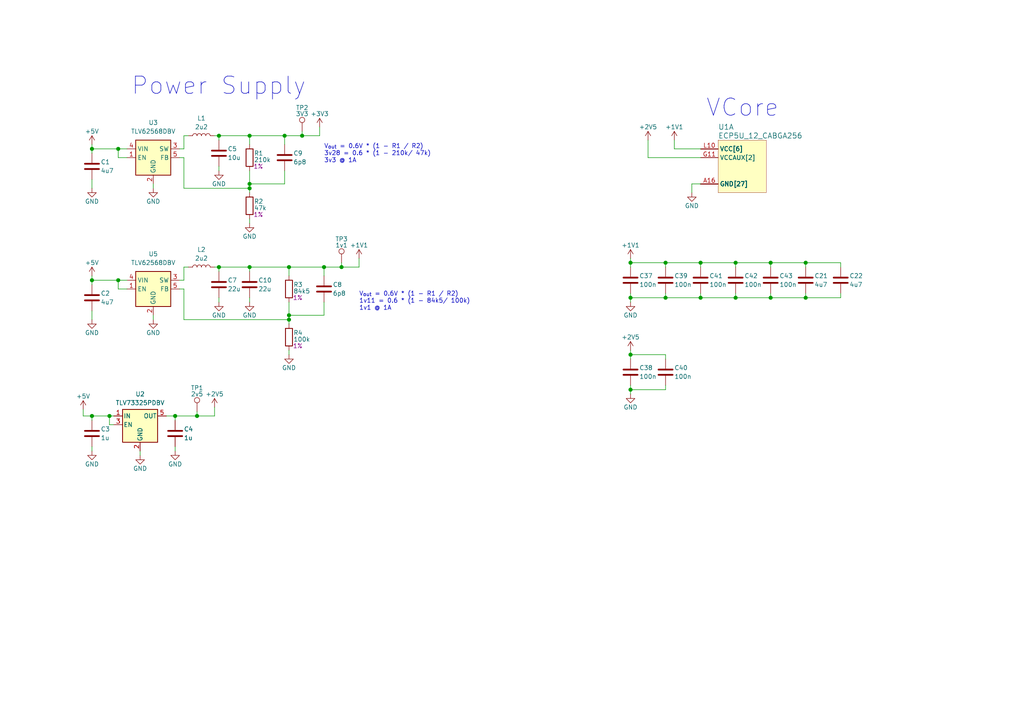
<source format=kicad_sch>
(kicad_sch (version 20200820) (host eeschema "5.99.0-unknown-b0af66afc~103~ubuntu20.04.1")
  (page 3 6)
  (paper "A4")
  (lib_symbols
    (symbol "Connector:TestPoint" (pin_numbers hide) (pin_names (offset 0.762) hide)
      (property "Reference" "TP" (at 0 6.858 0))
      (property "Value" "TestPoint" (at 0 5.08 0))
      (symbol "TestPoint_0_1"
        (circle (center 0 3.302) (radius 0.762))
      )
      (symbol "TestPoint_1_1"
        (pin passive line (at 0 0 90) (length 2.54) (name "1") (number "1"))
      )
    )
    (symbol "Device:C" (pin_numbers hide) (pin_names (offset 0.254))
      (property "Reference" "C" (at 0.635 2.54 0))
      (property "Value" "C" (at 0.635 -2.54 0))
      (symbol "C_0_1"
        (polyline (pts (xy -2.032 -0.762) (xy 2.032 -0.762)) (stroke (width 0.508)))
        (polyline (pts (xy -2.032 0.762) (xy 2.032 0.762)) (stroke (width 0.508)))
      )
      (symbol "C_1_1"
        (pin passive line (at 0 3.81 270) (length 2.794) (name "~") (number "1"))
        (pin passive line (at 0 -3.81 90) (length 2.794) (name "~") (number "2"))
      )
    )
    (symbol "Device:L" (pin_numbers hide) (pin_names hide)
      (property "Reference" "L" (at -1.27 0 90))
      (property "Value" "L" (at 1.905 0 90))
      (symbol "L_0_1"
        (arc (start 0 -2.54) (end 0 -1.27) (radius (at 0 -1.905) (length 0.635) (angles -89.9 89.9)))
        (arc (start 0 -1.27) (end 0 0) (radius (at 0 -0.635) (length 0.635) (angles -89.9 89.9)))
        (arc (start 0 0) (end 0 1.27) (radius (at 0 0.635) (length 0.635) (angles -89.9 89.9)))
        (arc (start 0 1.27) (end 0 2.54) (radius (at 0 1.905) (length 0.635) (angles -89.9 89.9)))
      )
      (symbol "L_1_1"
        (pin passive line (at 0 3.81 270) (length 1.27) (name "1") (number "1"))
        (pin passive line (at 0 -3.81 90) (length 1.27) (name "2") (number "2"))
      )
    )
    (symbol "Device:R" (pin_numbers hide) (pin_names (offset 0))
      (property "Reference" "R" (at 2.032 0 90))
      (property "Value" "R" (at 0 0 90))
      (symbol "R_0_1"
        (rectangle (start -1.016 -2.54) (end 1.016 2.54) (stroke (width 0.254)))
      )
      (symbol "R_1_1"
        (pin passive line (at 0 3.81 270) (length 1.27) (name "~") (number "1"))
        (pin passive line (at 0 -3.81 90) (length 1.27) (name "~") (number "2"))
      )
    )
    (symbol "Regulator_Linear:TLV73325PDBV" (pin_names (offset 0.254))
      (property "Reference" "U" (at -3.81 5.715 0))
      (property "Value" "TLV73325PDBV" (at 0 5.715 0))
      (symbol "TLV73325PDBV_0_1"
        (rectangle (start -5.08 4.445) (end 5.08 -5.08) (stroke (width 0.254)) (fill (type background)))
      )
      (symbol "TLV73325PDBV_1_1"
        (pin power_in line (at -7.62 2.54 0) (length 2.54) (name "IN") (number "1"))
        (pin power_in line (at 0 -7.62 90) (length 2.54) (name "GND") (number "2"))
        (pin input line (at -7.62 0 0) (length 2.54) (name "EN") (number "3"))
        (pin unconnected line (at 5.08 0 180) (length 2.54) hide (name "NC") (number "4"))
        (pin power_out line (at 7.62 2.54 180) (length 2.54) (name "OUT") (number "5"))
      )
    )
    (symbol "Regulator_Switching:TLV62568DBV" (pin_names (offset 0.508))
      (property "Reference" "U" (at -5.08 6.35 0))
      (property "Value" "TLV62568DBV" (at 0 6.35 0))
      (symbol "TLV62568DBV_0_1"
        (rectangle (start -5.08 5.08) (end 5.08 -5.08) (stroke (width 0.254)) (fill (type background)))
      )
      (symbol "TLV62568DBV_1_1"
        (pin input line (at -7.62 0 0) (length 2.54) (name "EN") (number "1"))
        (pin power_in line (at 0 -7.62 90) (length 2.54) (name "GND") (number "2"))
        (pin power_out line (at 7.62 2.54 180) (length 2.54) (name "SW") (number "3"))
        (pin power_in line (at -7.62 2.54 0) (length 2.54) (name "VIN") (number "4"))
        (pin input line (at 7.62 0 180) (length 2.54) (name "FB") (number "5"))
      )
    )
    (symbol "josh-ic:ECP5U_12_CABGA256"
      (property "Reference" "U" (at -15.24 45.72 0))
      (property "Value" "ECP5U_12_CABGA256" (at 7.62 43.18 0))
      (symbol "ECP5U_12_CABGA256_2_1"
        (rectangle (start -16.51 40.64) (end 8.89 -27.94) (stroke (width 0.3048)))
        (pin bidirectional line (at -21.59 33.02 0) (length 5.08) (name "PT4A/+") (number "A2"))
        (pin bidirectional line (at -21.59 30.48 0) (length 5.08) (name "PT4B/-") (number "B3"))
        (pin bidirectional line (at -21.59 27.94 0) (length 5.08) (name "PT6A/+") (number "A3"))
        (pin bidirectional line (at -21.59 25.4 0) (length 5.08) (name "PT6B/-") (number "A4"))
        (pin bidirectional line (at -21.59 22.86 0) (length 5.08) (name "PT9A/+") (number "E4"))
        (pin bidirectional line (at -21.59 20.32 0) (length 5.08) (name "PT9B/-") (number "D4"))
        (pin bidirectional line (at -21.59 17.78 0) (length 5.08) (name "PT11A/+") (number "C4"))
        (pin bidirectional line (at -21.59 15.24 0) (length 5.08) (name "PT11B/-") (number "B4"))
        (pin bidirectional line (at -21.59 12.7 0) (length 5.08) (name "PT13A/+") (number "E5"))
        (pin bidirectional line (at -21.59 10.16 0) (length 5.08) (name "PT13B/-") (number "D5"))
        (pin bidirectional line (at -21.59 7.62 0) (length 5.08) (name "PT15A/+") (number "C5"))
        (pin bidirectional line (at -21.59 5.08 0) (length 5.08) (name "PT15B/-") (number "B5"))
        (pin bidirectional line (at -21.59 2.54 0) (length 5.08) (name "PT18A/+") (number "A5"))
        (pin bidirectional line (at -21.59 0 0) (length 5.08) (name "PT18B/-") (number "A6"))
        (pin bidirectional line (at -21.59 -2.54 0) (length 5.08) (name "PT20A/+") (number "E6"))
        (pin bidirectional line (at -21.59 -5.08 0) (length 5.08) (name "PT20B/-") (number "D6"))
        (pin bidirectional line (at -21.59 -7.62 0) (length 5.08) (name "PT22A/+") (number "C6"))
        (pin bidirectional line (at -21.59 -10.16 0) (length 5.08) (name "PT22B/-") (number "B6"))
        (pin bidirectional line (at -21.59 -12.7 0) (length 5.08) (name "PT24A/+/GR_PCLK0_1") (number "E7"))
        (pin bidirectional line (at -21.59 -15.24 0) (length 5.08) (name "PT24B/-/GR_PCLK0_0") (number "D7"))
        (pin bidirectional line (at -21.59 -17.78 0) (length 5.08) (name "PT27A/+/PCLKT0_1") (number "C7"))
        (pin bidirectional line (at -21.59 -20.32 0) (length 5.08) (name "PT27B/-/PCLKC0_1") (number "B7"))
        (pin bidirectional line (at -21.59 -22.86 0) (length 5.08) (name "PT29A/+/PCLKT0_0") (number "A7"))
        (pin bidirectional line (at -21.59 -25.4 0) (length 5.08) (name "PT29B/-/PCLKC0_0") (number "A8"))
        (pin power_in line (at -21.59 38.1 0) (length 5.08) (name "VCCIO0[2]") (number "F7"))
        (pin power_in line (at -21.59 38.1 0) (length 5.08) (name "VCCIO0[2]") (number "F6"))
      )
      (symbol "ECP5U_12_CABGA256_3_1"
        (rectangle (start -16.51 40.64) (end 8.89 -48.26) (stroke (width 0.3048)))
        (pin bidirectional line (at -21.59 33.02 0) (length 5.08) (name "PT33A/+/PCLKT1_1") (number "E8"))
        (pin bidirectional line (at -21.59 30.48 0) (length 5.08) (name "PT33B/-/PCLKC1_1") (number "D8"))
        (pin bidirectional line (at -21.59 27.94 0) (length 5.08) (name "PT35A/+/PCLKT1_0") (number "C8"))
        (pin bidirectional line (at -21.59 25.4 0) (length 5.08) (name "PT35B/-/PCLKC1_0") (number "B8"))
        (pin bidirectional line (at -21.59 22.86 0) (length 5.08) (name "PT38A/+/GR_PCLK1_0") (number "B9"))
        (pin bidirectional line (at -21.59 20.32 0) (length 5.08) (name "PT38B/-/GR_PCLK1_1") (number "C9"))
        (pin bidirectional line (at -21.59 17.78 0) (length 5.08) (name "PT40A/+") (number "D9"))
        (pin bidirectional line (at -21.59 15.24 0) (length 5.08) (name "PT40B/-") (number "E9"))
        (pin bidirectional line (at -21.59 12.7 0) (length 5.08) (name "PT42A/+") (number "A9"))
        (pin bidirectional line (at -21.59 10.16 0) (length 5.08) (name "PT42B/-") (number "A10"))
        (pin bidirectional line (at -21.59 7.62 0) (length 5.08) (name "PT44A/+") (number "B10"))
        (pin bidirectional line (at -21.59 5.08 0) (length 5.08) (name "PT44B/-") (number "C10"))
        (pin bidirectional line (at -21.59 2.54 0) (length 5.08) (name "PT47A/+") (number "D10"))
        (pin bidirectional line (at -21.59 0 0) (length 5.08) (name "PT47B/-") (number "E10"))
        (pin bidirectional line (at -21.59 -2.54 0) (length 5.08) (name "PT49A/+") (number "B11"))
        (pin bidirectional line (at -21.59 -5.08 0) (length 5.08) (name "PT49B/-") (number "C11"))
        (pin bidirectional line (at -21.59 -7.62 0) (length 5.08) (name "PT51A/+") (number "D11"))
        (pin bidirectional line (at -21.59 -10.16 0) (length 5.08) (name "PT51B/-") (number "E11"))
        (pin bidirectional line (at -21.59 -12.7 0) (length 5.08) (name "PT53A/+") (number "A11"))
        (pin bidirectional line (at -21.59 -15.24 0) (length 5.08) (name "PT53B/-") (number "A12"))
        (pin bidirectional line (at -21.59 -17.78 0) (length 5.08) (name "PT56A/+") (number "B12"))
        (pin bidirectional line (at -21.59 -20.32 0) (length 5.08) (name "PT56B/-") (number "C12"))
        (pin bidirectional line (at -21.59 -22.86 0) (length 5.08) (name "PT58A/+") (number "D12"))
        (pin bidirectional line (at -21.59 -25.4 0) (length 5.08) (name "PT58B/-") (number "E12"))
        (pin bidirectional line (at -21.59 -27.94 0) (length 5.08) (name "PT60A/+") (number "B13"))
        (pin bidirectional line (at -21.59 -30.48 0) (length 5.08) (name "PT60B/-") (number "C13"))
        (pin bidirectional line (at -21.59 -33.02 0) (length 5.08) (name "PT62A/+") (number "D13"))
        (pin bidirectional line (at -21.59 -35.56 0) (length 5.08) (name "PT62B/-") (number "E13"))
        (pin bidirectional line (at -21.59 -38.1 0) (length 5.08) (name "PT65A/+") (number "A13"))
        (pin bidirectional line (at -21.59 -40.64 0) (length 5.08) (name "PT65B/-") (number "A14"))
        (pin bidirectional line (at -21.59 -43.18 0) (length 5.08) (name "PT67A/+") (number "B14"))
        (pin bidirectional line (at -21.59 -45.72 0) (length 5.08) (name "PT67B/-") (number "A15"))
        (pin power_in line (at -21.59 38.1 0) (length 5.08) (name "VCCIO1[2]") (number "F11"))
        (pin power_in line (at -21.59 38.1 0) (length 5.08) (name "VCCIO1[2]") (number "F10"))
      )
      (symbol "ECP5U_12_CABGA256_4_1"
        (rectangle (start -16.51 40.64) (end 21.59 -48.26) (stroke (width 0.3048)))
        (pin bidirectional line (at -21.59 33.02 0) (length 5.08) (name "PR2A/+/HS/RDQ8") (number "B16"))
        (pin bidirectional line (at -21.59 30.48 0) (length 5.08) (name "PR2B/-/S0_IN/HS/RDQ8") (number "B15"))
        (pin bidirectional line (at -21.59 27.94 0) (length 5.08) (name "PR2C/+/RDQ8") (number "C14"))
        (pin bidirectional line (at -21.59 25.4 0) (length 5.08) (name "PR2D/-/RDQ8") (number "D14"))
        (pin bidirectional line (at -21.59 22.86 0) (length 5.08) (name "PR5A/+/HS/RDQ8") (number "C16"))
        (pin bidirectional line (at -21.59 20.32 0) (length 5.08) (name "PR5B/-/HS/RDQ8") (number "C15"))
        (pin bidirectional line (at -21.59 17.78 0) (length 5.08) (name "PR5C/+/RDQ8") (number "E14"))
        (pin bidirectional line (at -21.59 15.24 0) (length 5.08) (name "PR5D/-/RDQ8") (number "F14"))
        (pin bidirectional line (at -21.59 12.7 0) (length 5.08) (name "PR8A/+/HS/RDQS8") (number "D16"))
        (pin bidirectional line (at -21.59 10.16 0) (length 5.08) (name "PR8B/-/HS/RDQSN8") (number "E15"))
        (pin bidirectional line (at -21.59 7.62 0) (length 5.08) (name "PR8C/+/RDQ8") (number "F13"))
        (pin bidirectional line (at -21.59 5.08 0) (length 5.08) (name "PR8D/-/RDQ8") (number "F12"))
        (pin bidirectional line (at -21.59 2.54 0) (length 5.08) (name "PR11A/+/HS/RDQ8") (number "G12"))
        (pin bidirectional line (at -21.59 0 0) (length 5.08) (name "PR11B/-/HS/RDQ8") (number "G13"))
        (pin bidirectional line (at -21.59 -2.54 0) (length 5.08) (name "PR11C/+/RDQ8") (number "F15"))
        (pin bidirectional line (at -21.59 -5.08 0) (length 5.08) (name "PR11D/-/RDQ8") (number "E16"))
        (pin bidirectional line (at -21.59 -7.62 0) (length 5.08) (name "PR14A/+/HS/RDQ20") (number "F16"))
        (pin bidirectional line (at -21.59 -10.16 0) (length 5.08) (name "PR14B/-/HS/RDQ20") (number "G15"))
        (pin bidirectional line (at -21.59 -12.7 0) (length 5.08) (name "PR14C/+/VREF1_2/RDQ20") (number "G14"))
        (pin bidirectional line (at -21.59 -15.24 0) (length 5.08) (name "PR14D/-/RDQ20") (number "H14"))
        (pin bidirectional line (at -21.59 -17.78 0) (length 5.08) (name "PR17A/+/HS/RDQ20") (number "H12"))
        (pin bidirectional line (at -21.59 -20.32 0) (length 5.08) (name "PR17B/-/HS/RDQ20") (number "H13"))
        (pin bidirectional line (at -21.59 -22.86 0) (length 5.08) (name "PR17C/+/RDQ20") (number "J13"))
        (pin bidirectional line (at -21.59 -25.4 0) (length 5.08) (name "PR17D/-/RDQ20") (number "J12"))
        (pin bidirectional line (at -21.59 -27.94 0) (length 5.08) (name "PR20A/+/GR_PCLK2_1/HS/RDQS20") (number "G16"))
        (pin bidirectional line (at -21.59 -30.48 0) (length 5.08) (name "PR20B/-/HS/RDQSN20") (number "H15"))
        (pin bidirectional line (at -21.59 -33.02 0) (length 5.08) (name "PR20C/+/GR_PCLK2_0/RDQ20") (number "J14"))
        (pin bidirectional line (at -21.59 -35.56 0) (length 5.08) (name "PR20D/-/RDQ20") (number "K14"))
        (pin bidirectional line (at -21.59 -38.1 0) (length 5.08) (name "PR23A/+/PCLKT2_1/HS/RDQ20") (number "J16"))
        (pin bidirectional line (at -21.59 -40.64 0) (length 5.08) (name "PR23B/-/PCLKC2_1/HS/RDQ20") (number "J15"))
        (pin bidirectional line (at -21.59 -43.18 0) (length 5.08) (name "PR23C/+/PCLKT2_0/RDQ20") (number "K16"))
        (pin bidirectional line (at -21.59 -45.72 0) (length 5.08) (name "PR23D/-/PCLKC2_0/RDQ20") (number "K15"))
        (pin power_in line (at -21.59 38.1 0) (length 5.08) (name "VCCIO2[2]") (number "H11"))
        (pin power_in line (at -21.59 38.1 0) (length 5.08) (name "VCCIO2[2]") (number "J11"))
      )
      (symbol "ECP5U_12_CABGA256_5_1"
        (rectangle (start -16.51 40.64) (end 19.05 -48.26) (stroke (width 0.3048)))
        (pin bidirectional line (at -21.59 33.02 0) (length 5.08) (name "PR26A/+/PCLKT3_1/HS/RDQ32") (number "L16"))
        (pin bidirectional line (at -21.59 30.48 0) (length 5.08) (name "PR26B/-/PCLKC3_1/HS/RDQ32") (number "L15"))
        (pin bidirectional line (at -21.59 27.94 0) (length 5.08) (name "PR26C/+/PCLKT3_0/RDQ32") (number "M16"))
        (pin bidirectional line (at -21.59 25.4 0) (length 5.08) (name "PR26D/-/PCLKC3_0/RDQ32") (number "M15"))
        (pin bidirectional line (at -21.59 22.86 0) (length 5.08) (name "PR29A/+/GR_PCLK3_0/HS/RDQ32") (number "K13"))
        (pin bidirectional line (at -21.59 20.32 0) (length 5.08) (name "PR29B/-/HS/RDQ32") (number "K12"))
        (pin bidirectional line (at -21.59 17.78 0) (length 5.08) (name "PR29C/+/GR_PCLK3_1/RDQ32") (number "L13"))
        (pin bidirectional line (at -21.59 15.24 0) (length 5.08) (name "PR29D/-/RDQ32") (number "L12"))
        (pin bidirectional line (at -21.59 12.7 0) (length 5.08) (name "PR32A/+/HS/RDQS32") (number "N16"))
        (pin bidirectional line (at -21.59 10.16 0) (length 5.08) (name "PR32B/-/HS/RDQSN32") (number "P15"))
        (pin bidirectional line (at -21.59 7.62 0) (length 5.08) (name "PR32C/+/RDQ32") (number "L14"))
        (pin bidirectional line (at -21.59 5.08 0) (length 5.08) (name "PR32D/-/RDQ32") (number "M14"))
        (pin bidirectional line (at -21.59 2.54 0) (length 5.08) (name "PR35A/+/HS/RDQ32") (number "P16"))
        (pin bidirectional line (at -21.59 0 0) (length 5.08) (name "PR35B/-/VREF1_3/HS/RDQ32") (number "R16"))
        (pin bidirectional line (at -21.59 -2.54 0) (length 5.08) (name "PR35C/+/RDQ32") (number "M13"))
        (pin bidirectional line (at -21.59 -5.08 0) (length 5.08) (name "PR35D/-/RDQ32") (number "N14"))
        (pin bidirectional line (at -21.59 -7.62 0) (length 5.08) (name "PR38A/+/HS/RDQ44") (number "N13"))
        (pin bidirectional line (at -21.59 -10.16 0) (length 5.08) (name "PR38B/-/HS/RDQ44") (number "P14"))
        (pin bidirectional line (at -21.59 -12.7 0) (length 5.08) (name "PR38C/+/RDQ44") (number "R15"))
        (pin bidirectional line (at -21.59 -15.24 0) (length 5.08) (name "PR38D/-/RDQ44") (number "T15"))
        (pin bidirectional line (at -21.59 -17.78 0) (length 5.08) (name "PR41A/+/HS/RDQ44") (number "P13"))
        (pin bidirectional line (at -21.59 -20.32 0) (length 5.08) (name "PR41B/-/HS/RDQ44") (number "R14"))
        (pin bidirectional line (at -21.59 -22.86 0) (length 5.08) (name "PR41C/+/RDQ44") (number "R13"))
        (pin bidirectional line (at -21.59 -25.4 0) (length 5.08) (name "PR41D/-/RDQ44") (number "T14"))
        (pin bidirectional line (at -21.59 -27.94 0) (length 5.08) (name "PR44A/+/HS/RDQS44") (number "R12"))
        (pin bidirectional line (at -21.59 -30.48 0) (length 5.08) (name "PR44B/-/HS/RDQSN44") (number "T13"))
        (pin bidirectional line (at -21.59 -33.02 0) (length 5.08) (name "PR44C/+/RDQ44") (number "M12"))
        (pin bidirectional line (at -21.59 -35.56 0) (length 5.08) (name "PR44D/-/RDQ44") (number "N12"))
        (pin bidirectional line (at -21.59 -38.1 0) (length 5.08) (name "PR47A/+/HS/RDQ44") (number "M11"))
        (pin bidirectional line (at -21.59 -40.64 0) (length 5.08) (name "PR47B/-/HS/RDQ44") (number "N11"))
        (pin bidirectional line (at -21.59 -43.18 0) (length 5.08) (name "PR47C/+/LRC_GPLL0T_IN/RDQ44") (number "P11"))
        (pin bidirectional line (at -21.59 -45.72 0) (length 5.08) (name "PR47D/-/LRC_GPLL0C_IN/RDQ44") (number "P12"))
        (pin power_in line (at -21.59 38.1 0) (length 5.08) (name "VCCIO3[2]") (number "K11"))
        (pin power_in line (at -21.59 38.1 0) (length 5.08) (name "VCCIO3[2]") (number "L11"))
      )
      (symbol "ECP5U_12_CABGA256_6_1"
        (rectangle (start -16.51 40.64) (end 19.05 -48.26) (stroke (width 0.3048)))
        (pin bidirectional line (at -21.59 33.02 0) (length 5.08) (name "PL26A/+/PCLKT6_1/HS/LDQ32") (number "L1"))
        (pin bidirectional line (at -21.59 30.48 0) (length 5.08) (name "PL26B/-/PCLKC6_1/HS/LDQ32") (number "L2"))
        (pin bidirectional line (at -21.59 27.94 0) (length 5.08) (name "PL26C/+/PCLKT6_0/LDQ32") (number "M1"))
        (pin bidirectional line (at -21.59 25.4 0) (length 5.08) (name "PL26D/-/PCLKC6_0/LDQ32") (number "M2"))
        (pin bidirectional line (at -21.59 22.86 0) (length 5.08) (name "PL29A/+/GR_PCLK6_0/HS/LDQ32") (number "K4"))
        (pin bidirectional line (at -21.59 20.32 0) (length 5.08) (name "PL29B/-/HS/LDQ32") (number "K5"))
        (pin bidirectional line (at -21.59 17.78 0) (length 5.08) (name "PL29C/+/GR_PCLK6_1/LDQ32") (number "L4"))
        (pin bidirectional line (at -21.59 15.24 0) (length 5.08) (name "PL29D/-/LDQ32") (number "L5"))
        (pin bidirectional line (at -21.59 12.7 0) (length 5.08) (name "PL32A/+/HS/LDQS32") (number "N1"))
        (pin bidirectional line (at -21.59 10.16 0) (length 5.08) (name "PL32B/-/HS/LDQSN32") (number "P2"))
        (pin bidirectional line (at -21.59 7.62 0) (length 5.08) (name "PL32C/+/LDQ32") (number "L3"))
        (pin bidirectional line (at -21.59 5.08 0) (length 5.08) (name "PL32D/-/LDQ32") (number "M3"))
        (pin bidirectional line (at -21.59 2.54 0) (length 5.08) (name "PL35A/+/HS/LDQ32") (number "P1"))
        (pin bidirectional line (at -21.59 0 0) (length 5.08) (name "PL35B/-/VREF1_6/HS/LDQ32") (number "R1"))
        (pin bidirectional line (at -21.59 -2.54 0) (length 5.08) (name "PL35C/+/LDQ32") (number "M4"))
        (pin bidirectional line (at -21.59 -5.08 0) (length 5.08) (name "PL35D/-/LDQ32") (number "N3"))
        (pin bidirectional line (at -21.59 -7.62 0) (length 5.08) (name "PL38A/+/HS/LDQ44") (number "N4"))
        (pin bidirectional line (at -21.59 -10.16 0) (length 5.08) (name "PL38B/-/HS/LDQ44") (number "P3"))
        (pin bidirectional line (at -21.59 -12.7 0) (length 5.08) (name "PL38C/+/LDQ44") (number "R2"))
        (pin bidirectional line (at -21.59 -15.24 0) (length 5.08) (name "PL38D/-/LDQ44") (number "T2"))
        (pin bidirectional line (at -21.59 -17.78 0) (length 5.08) (name "PL41A/+/HS/LDQ44") (number "P4"))
        (pin bidirectional line (at -21.59 -20.32 0) (length 5.08) (name "PL41B/-/HS/LDQ44") (number "R3"))
        (pin bidirectional line (at -21.59 -22.86 0) (length 5.08) (name "PL41C/+/LDQ44") (number "R4"))
        (pin bidirectional line (at -21.59 -25.4 0) (length 5.08) (name "PL41D/-/LDQ44") (number "T3"))
        (pin bidirectional line (at -21.59 -27.94 0) (length 5.08) (name "PL44A/+/HS/LDQS44") (number "R5"))
        (pin bidirectional line (at -21.59 -30.48 0) (length 5.08) (name "PL44B/-/HS/LDQSN44") (number "T4"))
        (pin bidirectional line (at -21.59 -33.02 0) (length 5.08) (name "PL44C/+/LDQ44") (number "M5"))
        (pin bidirectional line (at -21.59 -35.56 0) (length 5.08) (name "PL44D/-/LDQ44") (number "N5"))
        (pin bidirectional line (at -21.59 -38.1 0) (length 5.08) (name "PL47A/+/HS/LDQ44") (number "M6"))
        (pin bidirectional line (at -21.59 -40.64 0) (length 5.08) (name "PL47B/-/HS/LDQ44") (number "N6"))
        (pin bidirectional line (at -21.59 -43.18 0) (length 5.08) (name "PL47C/+/LLC_GPLL0T_IN/LDQ44") (number "P6"))
        (pin bidirectional line (at -21.59 -45.72 0) (length 5.08) (name "PL47D/-/LLC_GPLL0C_IN/LDQ44") (number "P5"))
        (pin power_in line (at -21.59 38.1 0) (length 5.08) (name "VCCIO6[2]") (number "J7"))
        (pin power_in line (at -21.59 38.1 0) (length 5.08) (name "VCCIO6[2]") (number "J6"))
      )
      (symbol "ECP5U_12_CABGA256_7_1"
        (rectangle (start -16.51 40.64) (end 20.32 -46.99) (stroke (width 0.3048)))
        (pin bidirectional line (at -21.59 34.29 0) (length 5.08) (name "PL2A/+/HS/LDQ8") (number "B1"))
        (pin bidirectional line (at -21.59 31.75 0) (length 5.08) (name "PL2B/-/HS/LDQ8") (number "B2"))
        (pin bidirectional line (at -21.59 29.21 0) (length 5.08) (name "PL2C/+/LDQ8") (number "C3"))
        (pin bidirectional line (at -21.59 26.67 0) (length 5.08) (name "PL2D/-/LDQ8") (number "D3"))
        (pin bidirectional line (at -21.59 24.13 0) (length 5.08) (name "PL5A/+/HS/LDQ8") (number "C1"))
        (pin bidirectional line (at -21.59 21.59 0) (length 5.08) (name "PL5B/-/HS/LDQ8") (number "C2"))
        (pin bidirectional line (at -21.59 19.05 0) (length 5.08) (name "PL5C/+/LDQ8") (number "E3"))
        (pin bidirectional line (at -21.59 16.51 0) (length 5.08) (name "PL5D/-/LDQ8") (number "F3"))
        (pin bidirectional line (at -21.59 13.97 0) (length 5.08) (name "PL8A/+/HS/LDQS8") (number "D1"))
        (pin bidirectional line (at -21.59 11.43 0) (length 5.08) (name "PL8B/-/HS/LDQSN8") (number "E2"))
        (pin bidirectional line (at -21.59 8.89 0) (length 5.08) (name "PL8C/+/LDQ8") (number "F4"))
        (pin bidirectional line (at -21.59 6.35 0) (length 5.08) (name "PL8D/-/LDQ8") (number "F5"))
        (pin bidirectional line (at -21.59 3.81 0) (length 5.08) (name "PL11A/+/HS/LDQ8") (number "G5"))
        (pin bidirectional line (at -21.59 1.27 0) (length 5.08) (name "PL11B/-/HS/LDQ8") (number "G4"))
        (pin bidirectional line (at -21.59 -1.27 0) (length 5.08) (name "PL11C/+/LDQ8") (number "F2"))
        (pin bidirectional line (at -21.59 -3.81 0) (length 5.08) (name "PL11D/-/LDQ8") (number "E1"))
        (pin bidirectional line (at -21.59 -6.35 0) (length 5.08) (name "PL14A/+/HS/LDQ20") (number "F1"))
        (pin bidirectional line (at -21.59 -8.89 0) (length 5.08) (name "PL14B/-/HS/LDQ20") (number "G2"))
        (pin bidirectional line (at -21.59 -11.43 0) (length 5.08) (name "PL14C/+/VREF1_7/LDQ20") (number "G3"))
        (pin bidirectional line (at -21.59 -13.97 0) (length 5.08) (name "PL14D/-/LDQ20") (number "H3"))
        (pin bidirectional line (at -21.59 -16.51 0) (length 5.08) (name "PL17A/+/HS/LDQ20") (number "H5"))
        (pin bidirectional line (at -21.59 -19.05 0) (length 5.08) (name "PL17B/-/HS/LDQ20") (number "H4"))
        (pin bidirectional line (at -21.59 -21.59 0) (length 5.08) (name "PL17C/+/LDQ20") (number "J4"))
        (pin bidirectional line (at -21.59 -24.13 0) (length 5.08) (name "PL17D/-/LDQ20") (number "J5"))
        (pin bidirectional line (at -21.59 -26.67 0) (length 5.08) (name "PL20A/+/GR_PCLK7_1/HS/LDQS20") (number "G1"))
        (pin bidirectional line (at -21.59 -29.21 0) (length 5.08) (name "PL20B/-/HS/LDQSN20") (number "H2"))
        (pin bidirectional line (at -21.59 -31.75 0) (length 5.08) (name "PL20C/+/GR_PCLK7_0/LDQ20") (number "J3"))
        (pin bidirectional line (at -21.59 -34.29 0) (length 5.08) (name "PL20D/-/LDQ20") (number "K3"))
        (pin bidirectional line (at -21.59 -36.83 0) (length 5.08) (name "PL23A/+/PCLKT7_1/HS/LDQ20") (number "J1"))
        (pin bidirectional line (at -21.59 -39.37 0) (length 5.08) (name "PL23B/-/PCLKC7_1/HS/LDQ20") (number "J2"))
        (pin bidirectional line (at -21.59 -41.91 0) (length 5.08) (name "PL23C/+/PCLKT7_0/LDQ20") (number "K1"))
        (pin bidirectional line (at -21.59 -44.45 0) (length 5.08) (name "PL23D/-/PCLKC7_0/LDQ20") (number "K2"))
        (pin power_in line (at -21.59 38.1 0) (length 5.08) (name "VCCIO7[2]") (number "H7"))
        (pin power_in line (at -21.59 38.1 0) (length 5.08) (name "VCCIO7[2]") (number "H6"))
      )
      (symbol "ECP5U_12_CABGA256_8_1"
        (rectangle (start -16.51 40.64) (end 25.4 -17.78) (stroke (width 0.3048)))
        (pin bidirectional line (at -21.59 33.02 0) (length 5.08) (name "CCLK/MCLK/SCK") (number "N9"))
        (pin bidirectional line (at -21.59 30.48 0) (length 5.08) (name "CFG_0") (number "N10"))
        (pin bidirectional line (at -21.59 27.94 0) (length 5.08) (name "CFG_1") (number "P10"))
        (pin bidirectional line (at -21.59 25.4 0) (length 5.08) (name "CFG_2") (number "R10"))
        (pin bidirectional line (at -21.59 22.86 0) (length 5.08) (name "DONE") (number "P9"))
        (pin bidirectional line (at -21.59 20.32 0) (length 5.08) (name "INITN") (number "T9"))
        (pin bidirectional line (at -21.59 17.78 0) (length 5.08) (name "PB4A/+/D7/IO7") (number "T6"))
        (pin bidirectional line (at -21.59 15.24 0) (length 5.08) (name "PB4B/-/D6/IO6") (number "R6"))
        (pin bidirectional line (at -21.59 12.7 0) (length 5.08) (name "PB6A/+/D5/MISO2/IO5") (number "R7"))
        (pin bidirectional line (at -21.59 10.16 0) (length 5.08) (name "PB6B/-/D4/MOSI2/IO4") (number "P7"))
        (pin bidirectional line (at -21.59 7.62 0) (length 5.08) (name "PB9A/+/D3/IO3") (number "N7"))
        (pin bidirectional line (at -21.59 5.08 0) (length 5.08) (name "PB9B/-/D2/IO2") (number "M7"))
        (pin bidirectional line (at -21.59 2.54 0) (length 5.08) (name "PB11A/+/D1/MISO/IO1") (number "T7"))
        (pin bidirectional line (at -21.59 0 0) (length 5.08) (name "PB11B/-/D0/MOSI/IO0") (number "T8"))
        (pin bidirectional line (at -21.59 -2.54 0) (length 5.08) (name "PB13A/+/SN/CSN") (number "R8"))
        (pin bidirectional line (at -21.59 -5.08 0) (length 5.08) (name "PB13B/-/CS1N") (number "P8"))
        (pin bidirectional line (at -21.59 -7.62 0) (length 5.08) (name "PB15A/+/HOLDN/DI/BUSY/CSSPIN/CEN") (number "N8"))
        (pin bidirectional line (at -21.59 -10.16 0) (length 5.08) (name "PB15B/-/DOUT/CSON") (number "M8"))
        (pin bidirectional line (at -21.59 -12.7 0) (length 5.08) (name "PB18A/WRITEN") (number "M9"))
        (pin bidirectional line (at -21.59 -15.24 0) (length 5.08) (name "PROGRAMN") (number "R9"))
        (pin power_in line (at -21.59 38.1 0) (length 5.08) (name "VCCIO8") (number "L6"))
      )
      (symbol "ECP5U_12_CABGA256_9_1"
        (rectangle (start -2.54 6.35) (end 5.08 -6.35) (stroke (width 0.3048)))
        (pin bidirectional line (at -7.62 3.81 0) (length 5.08) (name "TCK") (number "T10"))
        (pin bidirectional line (at -7.62 1.27 0) (length 5.08) (name "TDI") (number "R11"))
        (pin bidirectional line (at -7.62 -1.27 0) (length 5.08) (name "TDO") (number "M10"))
        (pin bidirectional line (at -7.62 -3.81 0) (length 5.08) (name "TMS") (number "T11"))
      )
      (symbol "ECP5U_12_CABGA256_1_1"
        (rectangle (start -7.62 7.62) (end 6.35 -7.62) (stroke (width 0.001)) (fill (type background)))
        (pin power_in line (at -12.7 -5.08 0) (length 5.08) (name "GND[27]") (number "A16"))
        (pin power_in line (at -12.7 -5.08 0) (length 5.08) (name "GND[27]") (number "H16"))
        (pin power_in line (at -12.7 -5.08 0) (length 5.08) (name "GND[27]") (number "T16"))
        (pin power_in line (at -12.7 -5.08 0) (length 5.08) (name "GND[27]") (number "D15"))
        (pin power_in line (at -12.7 -5.08 0) (length 5.08) (name "GND[27]") (number "N15"))
        (pin power_in line (at -12.7 -5.08 0) (length 5.08) (name "GND[27]") (number "T12"))
        (pin power_in line (at -12.7 -5.08 0) (length 5.08) (name "GND[27]") (number "G10"))
        (pin power_in line (at -12.7 -5.08 0) (length 5.08) (name "GND[27]") (number "H10"))
        (pin power_in line (at -12.7 -5.08 0) (length 5.08) (name "GND[27]") (number "J10"))
        (pin power_in line (at -12.7 -5.08 0) (length 5.08) (name "GND[27]") (number "K10"))
        (pin power_in line (at -12.7 -5.08 0) (length 5.08) (name "GND[27]") (number "F9"))
        (pin power_in line (at -12.7 -5.08 0) (length 5.08) (name "GND[27]") (number "H9"))
        (pin power_in line (at -12.7 -5.08 0) (length 5.08) (name "GND[27]") (number "J9"))
        (pin power_in line (at -12.7 -5.08 0) (length 5.08) (name "GND[27]") (number "K9"))
        (pin power_in line (at -12.7 -5.08 0) (length 5.08) (name "GND[27]") (number "F8"))
        (pin power_in line (at -12.7 -5.08 0) (length 5.08) (name "GND[27]") (number "G8"))
        (pin power_in line (at -12.7 -5.08 0) (length 5.08) (name "GND[27]") (number "H8"))
        (pin power_in line (at -12.7 -5.08 0) (length 5.08) (name "GND[27]") (number "J8"))
        (pin power_in line (at -12.7 -5.08 0) (length 5.08) (name "GND[27]") (number "K8"))
        (pin power_in line (at -12.7 -5.08 0) (length 5.08) (name "GND[27]") (number "K7"))
        (pin power_in line (at -12.7 -5.08 0) (length 5.08) (name "GND[27]") (number "K6"))
        (pin power_in line (at -12.7 -5.08 0) (length 5.08) (name "GND[27]") (number "T5"))
        (pin power_in line (at -12.7 -5.08 0) (length 5.08) (name "GND[27]") (number "D2"))
        (pin power_in line (at -12.7 -5.08 0) (length 5.08) (name "GND[27]") (number "N2"))
        (pin power_in line (at -12.7 -5.08 0) (length 5.08) (name "GND[27]") (number "A1"))
        (pin power_in line (at -12.7 -5.08 0) (length 5.08) (name "GND[27]") (number "H1"))
        (pin power_in line (at -12.7 -5.08 0) (length 5.08) (name "GND[27]") (number "T1"))
        (pin power_in line (at -12.7 5.08 0) (length 5.08) (name "VCC[6]") (number "L10"))
        (pin power_in line (at -12.7 5.08 0) (length 5.08) (name "VCC[6]") (number "G9"))
        (pin power_in line (at -12.7 5.08 0) (length 5.08) (name "VCC[6]") (number "L9"))
        (pin power_in line (at -12.7 5.08 0) (length 5.08) (name "VCC[6]") (number "L8"))
        (pin power_in line (at -12.7 5.08 0) (length 5.08) (name "VCC[6]") (number "G7"))
        (pin power_in line (at -12.7 5.08 0) (length 5.08) (name "VCC[6]") (number "G6"))
        (pin power_in line (at -12.7 2.54 0) (length 5.08) (name "VCCAUX[2]") (number "G11"))
        (pin power_in line (at -12.7 2.54 0) (length 5.08) (name "VCCAUX[2]") (number "L7"))
      )
    )
    (symbol "power:+1V1" (power) (pin_names (offset 0))
      (property "Value" "+1V1" (at 0 3.556 0))
      (symbol "+1V1_0_1"
        (polyline (pts (xy -0.762 1.27) (xy 0 2.54)))
        (polyline (pts (xy 0 0) (xy 0 2.54)))
        (polyline (pts (xy 0 2.54) (xy 0.762 1.27)))
      )
      (symbol "+1V1_1_1"
        (pin power_in line (at 0 0 90) (length 0) hide (name "+1V1") (number "1"))
      )
    )
    (symbol "power:+2V5" (power) (pin_names (offset 0))
      (property "Value" "+2V5" (at 0 3.556 0))
      (symbol "+2V5_0_1"
        (polyline (pts (xy -0.762 1.27) (xy 0 2.54)))
        (polyline (pts (xy 0 0) (xy 0 2.54)))
        (polyline (pts (xy 0 2.54) (xy 0.762 1.27)))
      )
      (symbol "+2V5_1_1"
        (pin power_in line (at 0 0 90) (length 0) hide (name "+2V5") (number "1"))
      )
    )
    (symbol "power:+3V3" (power) (pin_names (offset 0))
      (property "Value" "+3V3" (at 0 3.556 0))
      (symbol "+3V3_0_1"
        (polyline (pts (xy -0.762 1.27) (xy 0 2.54)))
        (polyline (pts (xy 0 0) (xy 0 2.54)))
        (polyline (pts (xy 0 2.54) (xy 0.762 1.27)))
      )
      (symbol "+3V3_1_1"
        (pin power_in line (at 0 0 90) (length 0) hide (name "+3V3") (number "1"))
      )
    )
    (symbol "power:+5V" (power) (pin_names (offset 0))
      (property "Value" "+5V" (at 0 3.556 0))
      (symbol "+5V_0_1"
        (polyline (pts (xy -0.762 1.27) (xy 0 2.54)))
        (polyline (pts (xy 0 0) (xy 0 2.54)))
        (polyline (pts (xy 0 2.54) (xy 0.762 1.27)))
      )
      (symbol "+5V_1_1"
        (pin power_in line (at 0 0 90) (length 0) hide (name "+5V") (number "1"))
      )
    )
    (symbol "power:GND" (power) (pin_names (offset 0))
      (property "Value" "GND" (at 0 -3.81 0))
      (symbol "GND_0_1"
        (polyline (pts (xy 0 0) (xy 0 -1.27) (xy 1.27 -1.27) (xy 0 -2.54) (xy -1.27 -1.27) (xy 0 -1.27)))
      )
      (symbol "GND_1_1"
        (pin power_in line (at 0 0 270) (length 0) hide (name "GND") (number "1"))
      )
    )
  )
  (junction (at 26.67 43.18) (diameter 1.016))
  (junction (at 26.67 81.28) (diameter 1.016))
  (junction (at 26.67 120.65) (diameter 1.016))
  (junction (at 31.75 120.65) (diameter 1.016))
  (junction (at 34.29 43.18) (diameter 1.016))
  (junction (at 34.29 81.28) (diameter 1.016))
  (junction (at 50.8 120.65) (diameter 1.016))
  (junction (at 57.15 120.65) (diameter 1.016))
  (junction (at 63.5 39.37) (diameter 1.016))
  (junction (at 63.5 77.47) (diameter 1.016))
  (junction (at 72.39 39.37) (diameter 1.016))
  (junction (at 72.39 53.34) (diameter 1.016))
  (junction (at 72.39 54.61) (diameter 1.016))
  (junction (at 72.39 77.47) (diameter 1.016))
  (junction (at 82.55 39.37) (diameter 1.016))
  (junction (at 83.82 77.47) (diameter 1.016))
  (junction (at 83.82 91.44) (diameter 1.016))
  (junction (at 83.82 92.71) (diameter 1.016))
  (junction (at 87.63 39.37) (diameter 1.016))
  (junction (at 93.98 77.47) (diameter 1.016))
  (junction (at 99.06 77.47) (diameter 1.016))
  (junction (at 182.88 76.2) (diameter 1.016))
  (junction (at 182.88 86.36) (diameter 1.016))
  (junction (at 182.88 102.87) (diameter 1.016))
  (junction (at 182.88 113.03) (diameter 1.016))
  (junction (at 193.04 76.2) (diameter 1.016))
  (junction (at 193.04 86.36) (diameter 1.016))
  (junction (at 203.2 76.2) (diameter 1.016))
  (junction (at 203.2 86.36) (diameter 1.016))
  (junction (at 213.36 76.2) (diameter 1.016))
  (junction (at 213.36 86.36) (diameter 1.016))
  (junction (at 223.52 76.2) (diameter 1.016))
  (junction (at 223.52 86.36) (diameter 1.016))
  (junction (at 233.68 76.2) (diameter 1.016))
  (junction (at 233.68 86.36) (diameter 1.016))
  (wire (pts (xy 24.13 118.745) (xy 24.13 120.65)))
  (wire (pts (xy 26.67 41.91) (xy 26.67 43.18)))
  (wire (pts (xy 26.67 43.18) (xy 26.67 44.45)))
  (wire (pts (xy 26.67 52.07) (xy 26.67 54.61)))
  (wire (pts (xy 26.67 80.01) (xy 26.67 81.28)))
  (wire (pts (xy 26.67 81.28) (xy 26.67 82.55)))
  (wire (pts (xy 26.67 90.17) (xy 26.67 92.71)))
  (wire (pts (xy 26.67 120.65) (xy 24.13 120.65)))
  (wire (pts (xy 26.67 120.65) (xy 26.67 121.92)))
  (wire (pts (xy 26.67 120.65) (xy 31.75 120.65)))
  (wire (pts (xy 26.67 129.54) (xy 26.67 130.81)))
  (wire (pts (xy 31.75 120.65) (xy 33.02 120.65)))
  (wire (pts (xy 31.75 123.19) (xy 31.75 120.65)))
  (wire (pts (xy 33.02 123.19) (xy 31.75 123.19)))
  (wire (pts (xy 34.29 43.18) (xy 26.67 43.18)))
  (wire (pts (xy 34.29 43.18) (xy 36.83 43.18)))
  (wire (pts (xy 34.29 45.72) (xy 34.29 43.18)))
  (wire (pts (xy 34.29 81.28) (xy 26.67 81.28)))
  (wire (pts (xy 34.29 81.28) (xy 36.83 81.28)))
  (wire (pts (xy 34.29 83.82) (xy 34.29 81.28)))
  (wire (pts (xy 36.83 45.72) (xy 34.29 45.72)))
  (wire (pts (xy 36.83 83.82) (xy 34.29 83.82)))
  (wire (pts (xy 40.64 130.81) (xy 40.64 132.08)))
  (wire (pts (xy 44.45 53.34) (xy 44.45 54.61)))
  (wire (pts (xy 44.45 91.44) (xy 44.45 92.71)))
  (wire (pts (xy 50.8 120.65) (xy 48.26 120.65)))
  (wire (pts (xy 50.8 120.65) (xy 57.15 120.65)))
  (wire (pts (xy 50.8 121.92) (xy 50.8 120.65)))
  (wire (pts (xy 50.8 129.54) (xy 50.8 130.81)))
  (wire (pts (xy 52.07 43.18) (xy 53.34 43.18)))
  (wire (pts (xy 52.07 45.72) (xy 53.34 45.72)))
  (wire (pts (xy 52.07 81.28) (xy 53.34 81.28)))
  (wire (pts (xy 52.07 83.82) (xy 53.34 83.82)))
  (wire (pts (xy 53.34 39.37) (xy 54.61 39.37)))
  (wire (pts (xy 53.34 43.18) (xy 53.34 39.37)))
  (wire (pts (xy 53.34 45.72) (xy 53.34 54.61)))
  (wire (pts (xy 53.34 54.61) (xy 72.39 54.61)))
  (wire (pts (xy 53.34 77.47) (xy 54.61 77.47)))
  (wire (pts (xy 53.34 81.28) (xy 53.34 77.47)))
  (wire (pts (xy 53.34 83.82) (xy 53.34 92.71)))
  (wire (pts (xy 53.34 92.71) (xy 83.82 92.71)))
  (wire (pts (xy 57.15 119.38) (xy 57.15 120.65)))
  (wire (pts (xy 57.15 120.65) (xy 62.23 120.65)))
  (wire (pts (xy 62.23 39.37) (xy 63.5 39.37)))
  (wire (pts (xy 62.23 77.47) (xy 63.5 77.47)))
  (wire (pts (xy 62.23 118.11) (xy 62.23 120.65)))
  (wire (pts (xy 63.5 39.37) (xy 63.5 40.64)))
  (wire (pts (xy 63.5 39.37) (xy 72.39 39.37)))
  (wire (pts (xy 63.5 48.26) (xy 63.5 49.53)))
  (wire (pts (xy 63.5 77.47) (xy 63.5 78.74)))
  (wire (pts (xy 63.5 77.47) (xy 72.39 77.47)))
  (wire (pts (xy 63.5 86.36) (xy 63.5 87.63)))
  (wire (pts (xy 72.39 39.37) (xy 72.39 41.91)))
  (wire (pts (xy 72.39 39.37) (xy 82.55 39.37)))
  (wire (pts (xy 72.39 49.53) (xy 72.39 53.34)))
  (wire (pts (xy 72.39 53.34) (xy 72.39 54.61)))
  (wire (pts (xy 72.39 53.34) (xy 82.55 53.34)))
  (wire (pts (xy 72.39 54.61) (xy 72.39 55.88)))
  (wire (pts (xy 72.39 63.5) (xy 72.39 64.77)))
  (wire (pts (xy 72.39 77.47) (xy 72.39 78.74)))
  (wire (pts (xy 72.39 77.47) (xy 83.82 77.47)))
  (wire (pts (xy 72.39 86.36) (xy 72.39 87.63)))
  (wire (pts (xy 82.55 39.37) (xy 82.55 41.91)))
  (wire (pts (xy 82.55 39.37) (xy 87.63 39.37)))
  (wire (pts (xy 82.55 53.34) (xy 82.55 49.53)))
  (wire (pts (xy 83.82 77.47) (xy 83.82 80.01)))
  (wire (pts (xy 83.82 77.47) (xy 93.98 77.47)))
  (wire (pts (xy 83.82 87.63) (xy 83.82 91.44)))
  (wire (pts (xy 83.82 91.44) (xy 83.82 92.71)))
  (wire (pts (xy 83.82 91.44) (xy 93.98 91.44)))
  (wire (pts (xy 83.82 92.71) (xy 83.82 93.98)))
  (wire (pts (xy 83.82 101.6) (xy 83.82 102.87)))
  (wire (pts (xy 87.63 38.1) (xy 87.63 39.37)))
  (wire (pts (xy 87.63 39.37) (xy 92.71 39.37)))
  (wire (pts (xy 92.71 39.37) (xy 92.71 36.83)))
  (wire (pts (xy 93.98 77.47) (xy 93.98 80.01)))
  (wire (pts (xy 93.98 77.47) (xy 99.06 77.47)))
  (wire (pts (xy 93.98 91.44) (xy 93.98 87.63)))
  (wire (pts (xy 99.06 76.2) (xy 99.06 77.47)))
  (wire (pts (xy 99.06 77.47) (xy 104.14 77.47)))
  (wire (pts (xy 104.14 77.47) (xy 104.14 74.93)))
  (wire (pts (xy 182.88 74.93) (xy 182.88 76.2)))
  (wire (pts (xy 182.88 76.2) (xy 182.88 77.47)))
  (wire (pts (xy 182.88 85.09) (xy 182.88 86.36)))
  (wire (pts (xy 182.88 86.36) (xy 182.88 87.63)))
  (wire (pts (xy 182.88 86.36) (xy 193.04 86.36)))
  (wire (pts (xy 182.88 101.6) (xy 182.88 102.87)))
  (wire (pts (xy 182.88 102.87) (xy 182.88 104.14)))
  (wire (pts (xy 182.88 111.76) (xy 182.88 113.03)))
  (wire (pts (xy 182.88 113.03) (xy 182.88 114.3)))
  (wire (pts (xy 182.88 113.03) (xy 193.04 113.03)))
  (wire (pts (xy 187.96 40.64) (xy 187.96 45.72)))
  (wire (pts (xy 187.96 45.72) (xy 203.2 45.72)))
  (wire (pts (xy 193.04 76.2) (xy 182.88 76.2)))
  (wire (pts (xy 193.04 76.2) (xy 193.04 77.47)))
  (wire (pts (xy 193.04 76.2) (xy 203.2 76.2)))
  (wire (pts (xy 193.04 85.09) (xy 193.04 86.36)))
  (wire (pts (xy 193.04 86.36) (xy 203.2 86.36)))
  (wire (pts (xy 193.04 102.87) (xy 182.88 102.87)))
  (wire (pts (xy 193.04 102.87) (xy 193.04 104.14)))
  (wire (pts (xy 193.04 111.76) (xy 193.04 113.03)))
  (wire (pts (xy 195.58 40.64) (xy 195.58 43.18)))
  (wire (pts (xy 195.58 43.18) (xy 203.2 43.18)))
  (wire (pts (xy 200.66 53.34) (xy 200.66 55.88)))
  (wire (pts (xy 203.2 53.34) (xy 200.66 53.34)))
  (wire (pts (xy 203.2 76.2) (xy 203.2 77.47)))
  (wire (pts (xy 203.2 76.2) (xy 213.36 76.2)))
  (wire (pts (xy 203.2 85.09) (xy 203.2 86.36)))
  (wire (pts (xy 203.2 86.36) (xy 213.36 86.36)))
  (wire (pts (xy 213.36 76.2) (xy 213.36 77.47)))
  (wire (pts (xy 213.36 76.2) (xy 223.52 76.2)))
  (wire (pts (xy 213.36 85.09) (xy 213.36 86.36)))
  (wire (pts (xy 213.36 86.36) (xy 223.52 86.36)))
  (wire (pts (xy 223.52 76.2) (xy 223.52 77.47)))
  (wire (pts (xy 223.52 76.2) (xy 233.68 76.2)))
  (wire (pts (xy 223.52 85.09) (xy 223.52 86.36)))
  (wire (pts (xy 223.52 86.36) (xy 233.68 86.36)))
  (wire (pts (xy 233.68 76.2) (xy 233.68 77.47)))
  (wire (pts (xy 233.68 76.2) (xy 243.84 76.2)))
  (wire (pts (xy 233.68 85.09) (xy 233.68 86.36)))
  (wire (pts (xy 233.68 86.36) (xy 243.84 86.36)))
  (wire (pts (xy 243.84 76.2) (xy 243.84 77.47)))
  (wire (pts (xy 243.84 85.09) (xy 243.84 86.36)))
  (text "Power Supply" (at 88.9 27.94 180) (effects (font (size 5 5)) (justify right bottom)))
  (text "V_{out} = 0.6V * (1 - R1 / R2)\n3v28 = 0.6 * (1 - 210k/ 47k)\n3v3 @ 1A" (at 93.98 47.371 0) (effects (font (size 1.27 1.27)) (justify left bottom)))
  (text "V_{out} = 0.6V * (1 - R1 / R2)\n1v11 = 0.6 * (1 - 84k5/ 100k)\n1v1 @ 1A" (at 104.14 90.17 0) (effects (font (size 1.27 1.27)) (justify left bottom)))
  (text "VCore" (at 226.06 34.29 180) (effects (font (size 5 5)) (justify right bottom)))
  (symbol (lib_id "Connector:TestPoint") (at 57.15 119.38 0) (unit 1)
    (property "Reference" "TP1" (at 57.15 112.522 0))
    (property "Value" "2v5" (at 57.15 114.3 0))
    (property "Footprint" "TestPoint:TestPoint_Pad_D1.5mm" (effects hide))
  )
  (symbol (lib_id "Connector:TestPoint") (at 87.63 38.1 0) (unit 1)
    (property "Reference" "TP2" (at 87.63 31.242 0))
    (property "Value" "3V3" (at 87.63 33.02 0))
    (property "Footprint" "TestPoint:TestPoint_Pad_D1.5mm" (effects hide))
  )
  (symbol (lib_id "Connector:TestPoint") (at 99.06 76.2 0) (unit 1)
    (property "Reference" "TP3" (at 99.06 69.342 0))
    (property "Value" "1v1" (at 99.06 71.12 0))
    (property "Footprint" "TestPoint:TestPoint_Pad_D1.5mm" (effects hide))
  )
  (symbol (lib_id "power:+5V") (at 24.13 118.745 0) (unit 1)
    (property "Reference" "#PWR0111" (effects hide))
    (property "Value" "+5V" (at 24.13 114.935 0))
  )
  (symbol (lib_id "power:+5V") (at 26.67 41.91 0) (unit 1)
    (property "Reference" "#PWR0104" (effects hide))
    (property "Value" "+5V" (at 26.67 38.1 0))
  )
  (symbol (lib_id "power:+5V") (at 26.67 80.01 0) (unit 1)
    (property "Reference" "#PWR0149" (effects hide))
    (property "Value" "+5V" (at 26.67 76.2 0))
  )
  (symbol (lib_id "power:+2V5") (at 62.23 118.11 0) (unit 1)
    (property "Reference" "#PWR0112" (effects hide))
    (property "Value" "+2V5" (at 62.23 114.3 0))
  )
  (symbol (lib_id "power:+3V3") (at 92.71 36.83 0) (unit 1)
    (property "Reference" "#PWR0101" (effects hide))
    (property "Value" "+3V3" (at 92.71 33.02 0))
  )
  (symbol (lib_id "power:+1V1") (at 104.14 74.93 0) (unit 1)
    (property "Reference" "#PWR0107" (effects hide))
    (property "Value" "+1V1" (at 104.14 71.12 0))
  )
  (symbol (lib_id "power:+1V1") (at 182.88 74.93 0) (unit 1)
    (property "Reference" "#PWR033" (effects hide))
    (property "Value" "+1V1" (at 182.88 71.12 0))
  )
  (symbol (lib_id "power:+2V5") (at 182.88 101.6 0) (unit 1)
    (property "Reference" "#PWR035" (effects hide))
    (property "Value" "+2V5" (at 182.88 97.79 0))
  )
  (symbol (lib_id "power:+2V5") (at 187.96 40.64 0) (unit 1)
    (property "Reference" "#PWR037" (effects hide))
    (property "Value" "+2V5" (at 187.96 36.83 0))
  )
  (symbol (lib_id "power:+1V1") (at 195.58 40.64 0) (unit 1)
    (property "Reference" "#PWR038" (effects hide))
    (property "Value" "+1V1" (at 195.58 36.83 0))
  )
  (symbol (lib_id "Device:L") (at 58.42 39.37 90) (unit 1)
    (property "Reference" "L1" (at 58.42 34.29 90))
    (property "Value" "2u2" (at 58.42 36.83 90))
    (property "Footprint" "Inductor_SMD:L_0805_2012Metric" (effects hide))
  )
  (symbol (lib_id "Device:L") (at 58.42 77.47 90) (unit 1)
    (property "Reference" "L2" (at 58.42 72.39 90))
    (property "Value" "2u2" (at 58.42 74.93 90))
    (property "Footprint" "Inductor_SMD:L_0805_2012Metric" (effects hide))
  )
  (symbol (lib_id "power:GND") (at 26.67 54.61 0) (unit 1)
    (property "Reference" "#PWR0102" (effects hide))
    (property "Value" "GND" (at 26.67 58.42 0))
  )
  (symbol (lib_id "power:GND") (at 26.67 92.71 0) (unit 1)
    (property "Reference" "#PWR0117" (effects hide))
    (property "Value" "GND" (at 26.67 96.52 0))
  )
  (symbol (lib_id "power:GND") (at 26.67 130.81 0) (unit 1)
    (property "Reference" "#PWR0110" (effects hide))
    (property "Value" "GND" (at 26.67 134.62 0))
  )
  (symbol (lib_id "power:GND") (at 40.64 132.08 0) (unit 1)
    (property "Reference" "#PWR0113" (effects hide))
    (property "Value" "GND" (at 40.64 135.89 0))
  )
  (symbol (lib_id "power:GND") (at 44.45 54.61 0) (unit 1)
    (property "Reference" "#PWR0103" (effects hide))
    (property "Value" "GND" (at 44.45 58.42 0))
  )
  (symbol (lib_id "power:GND") (at 44.45 92.71 0) (unit 1)
    (property "Reference" "#PWR0114" (effects hide))
    (property "Value" "GND" (at 44.45 96.52 0))
  )
  (symbol (lib_id "power:GND") (at 50.8 130.81 0) (unit 1)
    (property "Reference" "#PWR0115" (effects hide))
    (property "Value" "GND" (at 50.8 134.62 0))
  )
  (symbol (lib_id "power:GND") (at 63.5 49.53 0) (unit 1)
    (property "Reference" "#PWR0105" (effects hide))
    (property "Value" "GND" (at 63.5 53.34 0))
  )
  (symbol (lib_id "power:GND") (at 63.5 87.63 0) (unit 1)
    (property "Reference" "#PWR0108" (effects hide))
    (property "Value" "GND" (at 63.5 91.44 0))
  )
  (symbol (lib_id "power:GND") (at 72.39 64.77 0) (unit 1)
    (property "Reference" "#PWR0106" (effects hide))
    (property "Value" "GND" (at 72.39 68.58 0))
  )
  (symbol (lib_id "power:GND") (at 72.39 87.63 0) (unit 1)
    (property "Reference" "#PWR0150" (effects hide))
    (property "Value" "GND" (at 72.39 91.44 0))
  )
  (symbol (lib_id "power:GND") (at 83.82 102.87 0) (unit 1)
    (property "Reference" "#PWR0109" (effects hide))
    (property "Value" "GND" (at 83.82 106.68 0))
  )
  (symbol (lib_id "power:GND") (at 182.88 87.63 0) (unit 1)
    (property "Reference" "#PWR034" (effects hide))
    (property "Value" "GND" (at 182.88 91.44 0))
  )
  (symbol (lib_id "power:GND") (at 182.88 114.3 0) (unit 1)
    (property "Reference" "#PWR036" (effects hide))
    (property "Value" "GND" (at 182.88 118.11 0))
  )
  (symbol (lib_id "power:GND") (at 200.66 55.88 0) (unit 1)
    (property "Reference" "#PWR039" (effects hide))
    (property "Value" "GND" (at 200.66 59.69 0))
  )
  (symbol (lib_id "Device:R") (at 72.39 45.72 0) (unit 1)
    (property "Reference" "R1" (at 73.66 44.45 0) (effects (justify left)))
    (property "Value" "210k" (at 73.66 46.355 0) (effects (justify left)))
    (property "Footprint" "Resistor_SMD:R_0402_1005Metric" (effects hide))
    (property "Tolerance" "1%" (at 74.93 48.26 0))
  )
  (symbol (lib_id "Device:R") (at 72.39 59.69 0) (unit 1)
    (property "Reference" "R2" (at 73.66 58.42 0) (effects (justify left)))
    (property "Value" "47k" (at 73.66 60.325 0) (effects (justify left)))
    (property "Footprint" "Resistor_SMD:R_0402_1005Metric" (effects hide))
    (property "Tolerance" "1%" (at 74.93 62.23 0))
  )
  (symbol (lib_id "Device:R") (at 83.82 83.82 0) (unit 1)
    (property "Reference" "R3" (at 85.09 82.55 0) (effects (justify left)))
    (property "Value" "84k5" (at 85.09 84.455 0) (effects (justify left)))
    (property "Footprint" "Resistor_SMD:R_0402_1005Metric" (effects hide))
    (property "Tolerance" "1%" (at 86.36 86.36 0))
  )
  (symbol (lib_id "Device:R") (at 83.82 97.79 0) (unit 1)
    (property "Reference" "R4" (at 85.09 96.52 0) (effects (justify left)))
    (property "Value" "100k" (at 85.09 98.425 0) (effects (justify left)))
    (property "Footprint" "Resistor_SMD:R_0402_1005Metric" (effects hide))
    (property "Tolerance" "1%" (at 86.36 100.33 0))
  )
  (symbol (lib_id "Device:C") (at 26.67 48.26 0) (unit 1)
    (property "Reference" "C1" (at 29.21 46.99 0) (effects (justify left)))
    (property "Value" "4u7" (at 29.21 49.53 0) (effects (justify left)))
    (property "Footprint" "Capacitor_SMD:C_0603_1608Metric" (effects hide))
  )
  (symbol (lib_id "Device:C") (at 26.67 86.36 0) (unit 1)
    (property "Reference" "C2" (at 29.21 85.09 0) (effects (justify left)))
    (property "Value" "4u7" (at 29.21 87.63 0) (effects (justify left)))
    (property "Footprint" "Capacitor_SMD:C_0603_1608Metric" (effects hide))
  )
  (symbol (lib_id "Device:C") (at 26.67 125.73 0) (unit 1)
    (property "Reference" "C3" (at 29.21 124.46 0) (effects (justify left)))
    (property "Value" "1u" (at 29.21 127 0) (effects (justify left)))
    (property "Footprint" "Capacitor_SMD:C_0603_1608Metric" (effects hide))
  )
  (symbol (lib_id "Device:C") (at 50.8 125.73 0) (unit 1)
    (property "Reference" "C4" (at 53.34 124.46 0) (effects (justify left)))
    (property "Value" "1u" (at 53.34 127 0) (effects (justify left)))
    (property "Footprint" "Capacitor_SMD:C_0603_1608Metric" (effects hide))
  )
  (symbol (lib_id "Device:C") (at 63.5 44.45 0) (unit 1)
    (property "Reference" "C5" (at 66.04 43.18 0) (effects (justify left)))
    (property "Value" "10u" (at 66.04 45.72 0) (effects (justify left)))
    (property "Footprint" "Capacitor_SMD:C_0603_1608Metric" (effects hide))
  )
  (symbol (lib_id "Device:C") (at 63.5 82.55 0) (unit 1)
    (property "Reference" "C7" (at 66.04 81.28 0) (effects (justify left)))
    (property "Value" "22u" (at 66.04 83.82 0) (effects (justify left)))
    (property "Footprint" "Capacitor_SMD:C_0603_1608Metric" (effects hide))
  )
  (symbol (lib_id "Device:C") (at 72.39 82.55 0) (unit 1)
    (property "Reference" "C10" (at 74.93 81.28 0) (effects (justify left)))
    (property "Value" "22u" (at 74.93 83.82 0) (effects (justify left)))
    (property "Footprint" "Capacitor_SMD:C_0603_1608Metric" (effects hide))
  )
  (symbol (lib_id "Device:C") (at 82.55 45.72 0) (unit 1)
    (property "Reference" "C9" (at 85.09 44.45 0) (effects (justify left)))
    (property "Value" "6p8" (at 85.09 46.99 0) (effects (justify left)))
    (property "Footprint" "Capacitor_SMD:C_0402_1005Metric" (effects hide))
  )
  (symbol (lib_id "Device:C") (at 93.98 83.82 0) (unit 1)
    (property "Reference" "C8" (at 96.52 82.55 0) (effects (justify left)))
    (property "Value" "6p8" (at 96.52 85.09 0) (effects (justify left)))
    (property "Footprint" "Capacitor_SMD:C_0402_1005Metric" (effects hide))
  )
  (symbol (lib_id "Device:C") (at 182.88 81.28 0) (unit 1)
    (property "Reference" "C37" (at 185.42 80.01 0) (effects (justify left)))
    (property "Value" "100n" (at 185.42 82.55 0) (effects (justify left)))
    (property "Footprint" "Capacitor_SMD:C_0402_1005Metric" (effects hide))
  )
  (symbol (lib_id "Device:C") (at 182.88 107.95 0) (unit 1)
    (property "Reference" "C38" (at 185.42 106.68 0) (effects (justify left)))
    (property "Value" "100n" (at 185.42 109.22 0) (effects (justify left)))
    (property "Footprint" "Capacitor_SMD:C_0402_1005Metric" (effects hide))
  )
  (symbol (lib_id "Device:C") (at 193.04 81.28 0) (unit 1)
    (property "Reference" "C39" (at 195.58 80.01 0) (effects (justify left)))
    (property "Value" "100n" (at 195.58 82.55 0) (effects (justify left)))
    (property "Footprint" "Capacitor_SMD:C_0402_1005Metric" (effects hide))
  )
  (symbol (lib_id "Device:C") (at 193.04 107.95 0) (unit 1)
    (property "Reference" "C40" (at 195.58 106.68 0) (effects (justify left)))
    (property "Value" "100n" (at 195.58 109.22 0) (effects (justify left)))
    (property "Footprint" "Capacitor_SMD:C_0402_1005Metric" (effects hide))
  )
  (symbol (lib_id "Device:C") (at 203.2 81.28 0) (unit 1)
    (property "Reference" "C41" (at 205.74 80.01 0) (effects (justify left)))
    (property "Value" "100n" (at 205.74 82.55 0) (effects (justify left)))
    (property "Footprint" "Capacitor_SMD:C_0402_1005Metric" (effects hide))
  )
  (symbol (lib_id "Device:C") (at 213.36 81.28 0) (unit 1)
    (property "Reference" "C42" (at 215.9 80.01 0) (effects (justify left)))
    (property "Value" "100n" (at 215.9 82.55 0) (effects (justify left)))
    (property "Footprint" "Capacitor_SMD:C_0402_1005Metric" (effects hide))
  )
  (symbol (lib_id "Device:C") (at 223.52 81.28 0) (unit 1)
    (property "Reference" "C43" (at 226.06 80.01 0) (effects (justify left)))
    (property "Value" "100n" (at 226.06 82.55 0) (effects (justify left)))
    (property "Footprint" "Capacitor_SMD:C_0402_1005Metric" (effects hide))
  )
  (symbol (lib_id "Device:C") (at 233.68 81.28 0) (unit 1)
    (property "Reference" "C21" (at 236.22 80.01 0) (effects (justify left)))
    (property "Value" "4u7" (at 236.22 82.55 0) (effects (justify left)))
    (property "Footprint" "Capacitor_SMD:C_0402_1005Metric" (effects hide))
  )
  (symbol (lib_id "Device:C") (at 243.84 81.28 0) (unit 1)
    (property "Reference" "C22" (at 246.38 80.01 0) (effects (justify left)))
    (property "Value" "4u7" (at 246.38 82.55 0) (effects (justify left)))
    (property "Footprint" "Capacitor_SMD:C_0402_1005Metric" (effects hide))
  )
  (symbol (lib_id "Regulator_Linear:TLV73325PDBV") (at 40.64 123.19 0) (unit 1)
    (property "Reference" "U2" (at 40.64 114.3 0))
    (property "Value" "TLV73325PDBV" (at 40.64 116.84 0))
    (property "Footprint" "Package_TO_SOT_SMD:SOT-23-5" (effects hide))
    (property "Datasheet" "http://www.ti.com/lit/ds/symlink/tlv733p.pdf" (effects hide))
  )
  (symbol (lib_id "Regulator_Switching:TLV62568DBV") (at 44.45 45.72 0) (unit 1)
    (property "Reference" "U3" (at 44.45 35.56 0))
    (property "Value" "TLV62568DBV" (at 44.45 38.1 0))
    (property "Footprint" "Package_TO_SOT_SMD:SOT-23-5" (effects hide))
    (property "Datasheet" "http://www.ti.com/lit/ds/symlink/tlv62568.pdf" (effects hide))
  )
  (symbol (lib_id "Regulator_Switching:TLV62568DBV") (at 44.45 83.82 0) (unit 1)
    (property "Reference" "U5" (at 44.45 73.66 0))
    (property "Value" "TLV62568DBV" (at 44.45 76.2 0))
    (property "Footprint" "Package_TO_SOT_SMD:SOT-23-5" (effects hide))
    (property "Datasheet" "http://www.ti.com/lit/ds/symlink/tlv62568.pdf" (effects hide))
  )
  (symbol (lib_id "josh-ic:ECP5U_12_CABGA256") (at 215.9 48.26 0) (unit 1)
    (property "Reference" "U1" (at 208.28 36.83 0) (effects (font (size 1.524 1.524)) (justify left)))
    (property "Value" "ECP5U_12_CABGA256" (at 208.28 39.37 0) (effects (font (size 1.524 1.524)) (justify left)))
    (property "Footprint" "Package_BGA:BGA-256_14.0x14.0mm_Layout16x16_P0.8mm_Ball0.45mm_Pad0.32mm_NSMD" (effects hide))
    (property "manf#" "ECP5U_12" (effects hide))
  )
)
</source>
